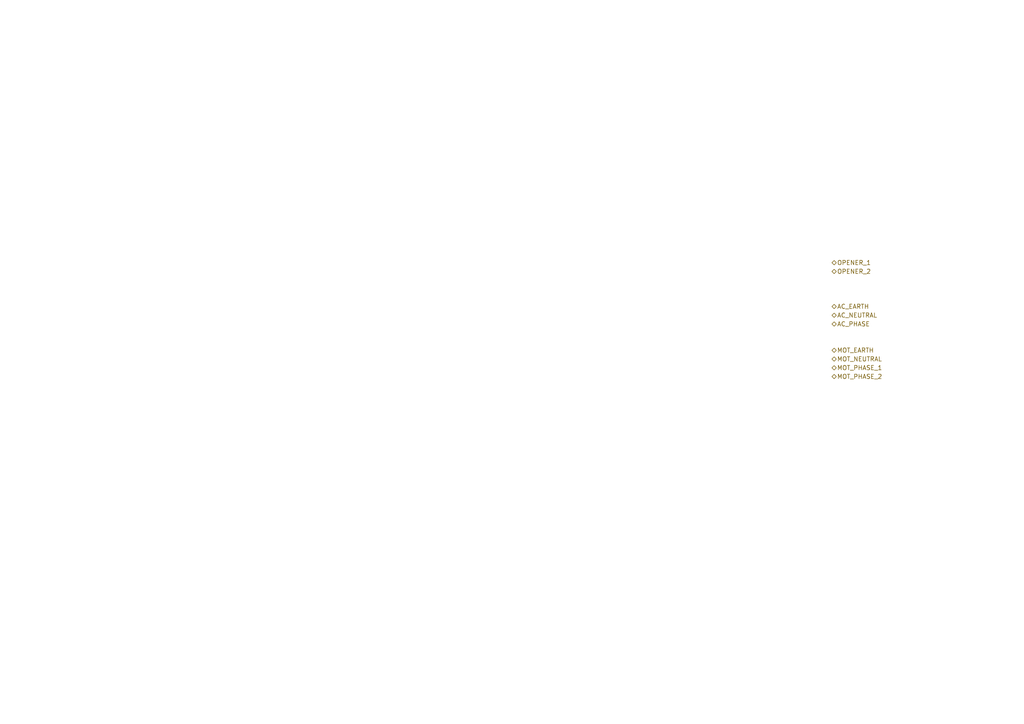
<source format=kicad_sch>
(kicad_sch
	(version 20231120)
	(generator "eeschema")
	(generator_version "8.0")
	(uuid "74bcab07-0059-4866-8d30-dd2933051a6c")
	(paper "A4")
	(lib_symbols)
	(hierarchical_label "OPENER_1"
		(shape bidirectional)
		(at 241.3 76.2 0)
		(effects
			(font
				(size 1.27 1.27)
			)
			(justify left)
		)
		(uuid "262e7d67-0b61-409e-bbac-b201ca6a9b9b")
	)
	(hierarchical_label "OPENER_2"
		(shape bidirectional)
		(at 241.3 78.74 0)
		(effects
			(font
				(size 1.27 1.27)
			)
			(justify left)
		)
		(uuid "4491b6a4-bad7-47b4-8c43-5e1193f409b5")
	)
	(hierarchical_label "MOT_EARTH"
		(shape bidirectional)
		(at 241.3 101.6 0)
		(effects
			(font
				(size 1.27 1.27)
			)
			(justify left)
		)
		(uuid "45ec5773-8d2d-4a39-ab09-93e944e5f5cf")
	)
	(hierarchical_label "MOT_PHASE_2"
		(shape bidirectional)
		(at 241.3 109.22 0)
		(effects
			(font
				(size 1.27 1.27)
			)
			(justify left)
		)
		(uuid "609b513c-43ad-46c7-a3f3-b29d4b88dce1")
	)
	(hierarchical_label "AC_EARTH"
		(shape bidirectional)
		(at 241.3 88.9 0)
		(effects
			(font
				(size 1.27 1.27)
			)
			(justify left)
		)
		(uuid "71abd720-aff4-4b36-96ac-d1a48ad691b7")
	)
	(hierarchical_label "MOT_PHASE_1"
		(shape bidirectional)
		(at 241.3 106.68 0)
		(effects
			(font
				(size 1.27 1.27)
			)
			(justify left)
		)
		(uuid "92dd3e5a-6f8d-4829-b526-63b0dfa6092a")
	)
	(hierarchical_label "AC_NEUTRAL"
		(shape bidirectional)
		(at 241.3 91.44 0)
		(effects
			(font
				(size 1.27 1.27)
			)
			(justify left)
		)
		(uuid "ac8beb72-30aa-48d4-81ff-2ac53624e394")
	)
	(hierarchical_label "AC_PHASE"
		(shape bidirectional)
		(at 241.3 93.98 0)
		(effects
			(font
				(size 1.27 1.27)
			)
			(justify left)
		)
		(uuid "af46b3b6-e085-4fee-ba5f-751367865b8c")
	)
	(hierarchical_label "MOT_NEUTRAL"
		(shape bidirectional)
		(at 241.3 104.14 0)
		(effects
			(font
				(size 1.27 1.27)
			)
			(justify left)
		)
		(uuid "b2345f23-bf38-46ed-8d0a-dc732dbc223b")
	)
)

</source>
